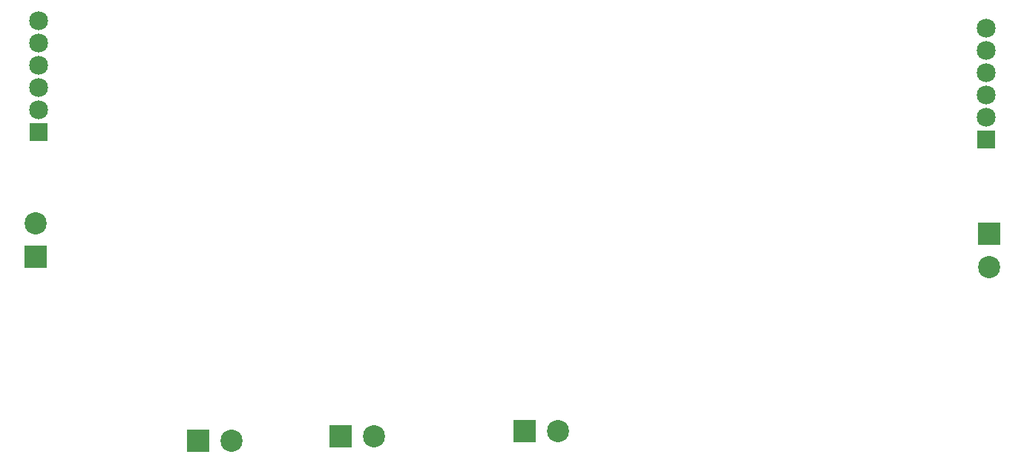
<source format=gbs>
G04*
G04 #@! TF.GenerationSoftware,Altium Limited,Altium Designer,24.0.1 (36)*
G04*
G04 Layer_Color=16711935*
%FSLAX25Y25*%
%MOIN*%
G70*
G04*
G04 #@! TF.SameCoordinates,25D60E08-F93C-496E-8ADE-9084BC3AF729*
G04*
G04*
G04 #@! TF.FilePolarity,Negative*
G04*
G01*
G75*
%ADD25R,0.09972X0.09972*%
%ADD26C,0.09972*%
%ADD27R,0.08496X0.08496*%
%ADD28C,0.08496*%
%ADD29R,0.09972X0.09972*%
D25*
X11800Y119600D02*
D03*
X440048Y130114D02*
D03*
D26*
X11800Y134600D02*
D03*
X440048Y115114D02*
D03*
X99800Y36900D02*
D03*
X163900Y39100D02*
D03*
X246600Y41300D02*
D03*
D27*
X438900Y172200D02*
D03*
X13241Y175756D02*
D03*
D28*
X438900Y182200D02*
D03*
Y192200D02*
D03*
Y202200D02*
D03*
Y212200D02*
D03*
Y222200D02*
D03*
X13241Y185756D02*
D03*
Y195756D02*
D03*
Y205756D02*
D03*
Y215756D02*
D03*
Y225756D02*
D03*
D29*
X84800Y36900D02*
D03*
X148900Y39100D02*
D03*
X231600Y41300D02*
D03*
M02*

</source>
